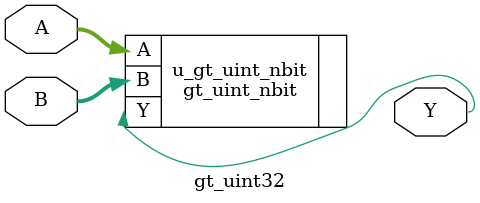
<source format=v>

module gt_uint32 #(
    parameter WIDTH = 32,
    parameter IMPL_TYPE = 0
)(
    input [WIDTH-1:0] A,
    input [WIDTH-1:0] B,
    output Y
);

    gt_uint_nbit #(
        .WIDTH(WIDTH),
        .IMPL_TYPE(IMPL_TYPE)
    ) u_gt_uint_nbit (
        .A(A),
        .B(B),
        .Y(Y)
    );

endmodule

</source>
